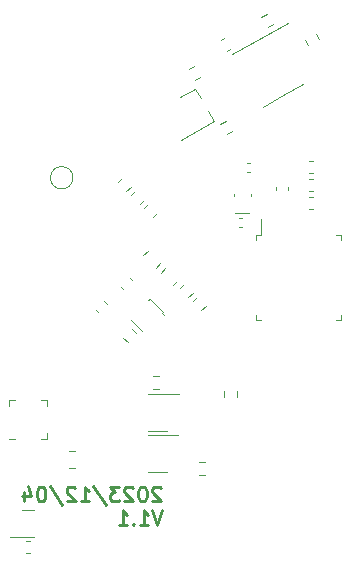
<source format=gbr>
%TF.GenerationSoftware,KiCad,Pcbnew,7.0.7*%
%TF.CreationDate,2023-12-04T17:40:57-05:00*%
%TF.ProjectId,PEEKbot_APS,5045454b-626f-4745-9f41-50532e6b6963,rev?*%
%TF.SameCoordinates,Original*%
%TF.FileFunction,Legend,Bot*%
%TF.FilePolarity,Positive*%
%FSLAX46Y46*%
G04 Gerber Fmt 4.6, Leading zero omitted, Abs format (unit mm)*
G04 Created by KiCad (PCBNEW 7.0.7) date 2023-12-04 17:40:57*
%MOMM*%
%LPD*%
G01*
G04 APERTURE LIST*
%ADD10C,0.250000*%
%ADD11C,0.120000*%
G04 APERTURE END LIST*
D10*
X34039831Y-181602571D02*
X33980307Y-181543047D01*
X33980307Y-181543047D02*
X33861260Y-181483523D01*
X33861260Y-181483523D02*
X33563641Y-181483523D01*
X33563641Y-181483523D02*
X33444593Y-181543047D01*
X33444593Y-181543047D02*
X33385069Y-181602571D01*
X33385069Y-181602571D02*
X33325546Y-181721619D01*
X33325546Y-181721619D02*
X33325546Y-181840666D01*
X33325546Y-181840666D02*
X33385069Y-182019238D01*
X33385069Y-182019238D02*
X34099355Y-182733523D01*
X34099355Y-182733523D02*
X33325546Y-182733523D01*
X32551736Y-181483523D02*
X32432689Y-181483523D01*
X32432689Y-181483523D02*
X32313641Y-181543047D01*
X32313641Y-181543047D02*
X32254117Y-181602571D01*
X32254117Y-181602571D02*
X32194593Y-181721619D01*
X32194593Y-181721619D02*
X32135070Y-181959714D01*
X32135070Y-181959714D02*
X32135070Y-182257333D01*
X32135070Y-182257333D02*
X32194593Y-182495428D01*
X32194593Y-182495428D02*
X32254117Y-182614476D01*
X32254117Y-182614476D02*
X32313641Y-182674000D01*
X32313641Y-182674000D02*
X32432689Y-182733523D01*
X32432689Y-182733523D02*
X32551736Y-182733523D01*
X32551736Y-182733523D02*
X32670784Y-182674000D01*
X32670784Y-182674000D02*
X32730308Y-182614476D01*
X32730308Y-182614476D02*
X32789831Y-182495428D01*
X32789831Y-182495428D02*
X32849355Y-182257333D01*
X32849355Y-182257333D02*
X32849355Y-181959714D01*
X32849355Y-181959714D02*
X32789831Y-181721619D01*
X32789831Y-181721619D02*
X32730308Y-181602571D01*
X32730308Y-181602571D02*
X32670784Y-181543047D01*
X32670784Y-181543047D02*
X32551736Y-181483523D01*
X31658879Y-181602571D02*
X31599355Y-181543047D01*
X31599355Y-181543047D02*
X31480308Y-181483523D01*
X31480308Y-181483523D02*
X31182689Y-181483523D01*
X31182689Y-181483523D02*
X31063641Y-181543047D01*
X31063641Y-181543047D02*
X31004117Y-181602571D01*
X31004117Y-181602571D02*
X30944594Y-181721619D01*
X30944594Y-181721619D02*
X30944594Y-181840666D01*
X30944594Y-181840666D02*
X31004117Y-182019238D01*
X31004117Y-182019238D02*
X31718403Y-182733523D01*
X31718403Y-182733523D02*
X30944594Y-182733523D01*
X30527927Y-181483523D02*
X29754118Y-181483523D01*
X29754118Y-181483523D02*
X30170784Y-181959714D01*
X30170784Y-181959714D02*
X29992213Y-181959714D01*
X29992213Y-181959714D02*
X29873165Y-182019238D01*
X29873165Y-182019238D02*
X29813641Y-182078761D01*
X29813641Y-182078761D02*
X29754118Y-182197809D01*
X29754118Y-182197809D02*
X29754118Y-182495428D01*
X29754118Y-182495428D02*
X29813641Y-182614476D01*
X29813641Y-182614476D02*
X29873165Y-182674000D01*
X29873165Y-182674000D02*
X29992213Y-182733523D01*
X29992213Y-182733523D02*
X30349356Y-182733523D01*
X30349356Y-182733523D02*
X30468403Y-182674000D01*
X30468403Y-182674000D02*
X30527927Y-182614476D01*
X28325546Y-181424000D02*
X29396975Y-183031142D01*
X27254118Y-182733523D02*
X27968403Y-182733523D01*
X27611260Y-182733523D02*
X27611260Y-181483523D01*
X27611260Y-181483523D02*
X27730308Y-181662095D01*
X27730308Y-181662095D02*
X27849356Y-181781142D01*
X27849356Y-181781142D02*
X27968403Y-181840666D01*
X26777927Y-181602571D02*
X26718403Y-181543047D01*
X26718403Y-181543047D02*
X26599356Y-181483523D01*
X26599356Y-181483523D02*
X26301737Y-181483523D01*
X26301737Y-181483523D02*
X26182689Y-181543047D01*
X26182689Y-181543047D02*
X26123165Y-181602571D01*
X26123165Y-181602571D02*
X26063642Y-181721619D01*
X26063642Y-181721619D02*
X26063642Y-181840666D01*
X26063642Y-181840666D02*
X26123165Y-182019238D01*
X26123165Y-182019238D02*
X26837451Y-182733523D01*
X26837451Y-182733523D02*
X26063642Y-182733523D01*
X24635070Y-181424000D02*
X25706499Y-183031142D01*
X23980308Y-181483523D02*
X23861261Y-181483523D01*
X23861261Y-181483523D02*
X23742213Y-181543047D01*
X23742213Y-181543047D02*
X23682689Y-181602571D01*
X23682689Y-181602571D02*
X23623165Y-181721619D01*
X23623165Y-181721619D02*
X23563642Y-181959714D01*
X23563642Y-181959714D02*
X23563642Y-182257333D01*
X23563642Y-182257333D02*
X23623165Y-182495428D01*
X23623165Y-182495428D02*
X23682689Y-182614476D01*
X23682689Y-182614476D02*
X23742213Y-182674000D01*
X23742213Y-182674000D02*
X23861261Y-182733523D01*
X23861261Y-182733523D02*
X23980308Y-182733523D01*
X23980308Y-182733523D02*
X24099356Y-182674000D01*
X24099356Y-182674000D02*
X24158880Y-182614476D01*
X24158880Y-182614476D02*
X24218403Y-182495428D01*
X24218403Y-182495428D02*
X24277927Y-182257333D01*
X24277927Y-182257333D02*
X24277927Y-181959714D01*
X24277927Y-181959714D02*
X24218403Y-181721619D01*
X24218403Y-181721619D02*
X24158880Y-181602571D01*
X24158880Y-181602571D02*
X24099356Y-181543047D01*
X24099356Y-181543047D02*
X23980308Y-181483523D01*
X22492213Y-181900190D02*
X22492213Y-182733523D01*
X22789832Y-181424000D02*
X23087451Y-182316857D01*
X23087451Y-182316857D02*
X22313642Y-182316857D01*
X34158879Y-183496023D02*
X33742212Y-184746023D01*
X33742212Y-184746023D02*
X33325546Y-183496023D01*
X32254117Y-184746023D02*
X32968402Y-184746023D01*
X32611259Y-184746023D02*
X32611259Y-183496023D01*
X32611259Y-183496023D02*
X32730307Y-183674595D01*
X32730307Y-183674595D02*
X32849355Y-183793642D01*
X32849355Y-183793642D02*
X32968402Y-183853166D01*
X31718402Y-184626976D02*
X31658879Y-184686500D01*
X31658879Y-184686500D02*
X31718402Y-184746023D01*
X31718402Y-184746023D02*
X31777926Y-184686500D01*
X31777926Y-184686500D02*
X31718402Y-184626976D01*
X31718402Y-184626976D02*
X31718402Y-184746023D01*
X30468403Y-184746023D02*
X31182688Y-184746023D01*
X30825545Y-184746023D02*
X30825545Y-183496023D01*
X30825545Y-183496023D02*
X30944593Y-183674595D01*
X30944593Y-183674595D02*
X31063641Y-183793642D01*
X31063641Y-183793642D02*
X31182688Y-183853166D01*
D11*
%TO.C,C17*%
X33979773Y-162583186D02*
X33610306Y-162952653D01*
X32940326Y-161543739D02*
X32570859Y-161913206D01*
%TO.C,C16*%
X30885244Y-164756282D02*
X30678391Y-164549429D01*
X31606493Y-164035033D02*
X31399640Y-163828180D01*
%TO.C,Q4*%
X33738914Y-180268700D02*
X34538914Y-180268700D01*
X33738914Y-180268700D02*
X32938914Y-180268700D01*
X33738914Y-177148700D02*
X35538914Y-177148700D01*
X33738914Y-177148700D02*
X32938914Y-177148700D01*
%TO.C,R14*%
X33872135Y-173201196D02*
X33362687Y-173201196D01*
X33872135Y-172156196D02*
X33362687Y-172156196D01*
%TO.C,U7*%
X34167364Y-166829159D02*
X34308786Y-166970580D01*
X34167364Y-166829159D02*
X34255753Y-166740770D01*
X34255753Y-166740770D02*
X33089026Y-165574044D01*
X31533391Y-167412522D02*
X32452630Y-168331761D01*
X33089026Y-165574044D02*
X33000638Y-165662432D01*
%TO.C,C9*%
X43798102Y-156384758D02*
X43798102Y-156092224D01*
X44818102Y-156384758D02*
X44818102Y-156092224D01*
%TO.C,R19*%
X31244207Y-169237441D02*
X30883973Y-168877207D01*
X31983133Y-168498515D02*
X31622899Y-168138281D01*
%TO.C,U8*%
X21287916Y-185716304D02*
X23287916Y-185716304D01*
X23287916Y-183476304D02*
X22287916Y-183476304D01*
%TO.C,Q3*%
X33749907Y-176793896D02*
X34549907Y-176793896D01*
X33749907Y-176793896D02*
X32949907Y-176793896D01*
X33749907Y-173673896D02*
X35549907Y-173673896D01*
X33749907Y-173673896D02*
X32949907Y-173673896D01*
%TO.C,C15*%
X35452550Y-164055937D02*
X35083083Y-164425404D01*
X34413103Y-163016490D02*
X34043636Y-163385957D01*
%TO.C,C14*%
X28757847Y-166730720D02*
X28550994Y-166523867D01*
X29479096Y-166009471D02*
X29272243Y-165802618D01*
%TO.C,R21*%
X36737768Y-165805769D02*
X37098002Y-165445535D01*
X37476694Y-166544695D02*
X37836928Y-166184461D01*
%TO.C,C1*%
X40899938Y-159468543D02*
X40668268Y-159468543D01*
X40899938Y-158748543D02*
X40668268Y-158748543D01*
%TO.C,C7*%
X46600235Y-153898603D02*
X46892769Y-153898603D01*
X46600235Y-154918603D02*
X46892769Y-154918603D01*
%TO.C,ESD1*%
X36945457Y-147784020D02*
X35681060Y-148514020D01*
X36945457Y-147784020D02*
X37410457Y-148589423D01*
X38525457Y-150520660D02*
X35788817Y-152100660D01*
X38525457Y-150520660D02*
X38060457Y-149715257D01*
%TO.C,U1*%
X44362102Y-148359615D02*
X46050852Y-147384615D01*
X44362102Y-148359615D02*
X42673352Y-149334615D01*
X41802102Y-143925565D02*
X44789890Y-142200565D01*
X41802102Y-143925565D02*
X40113352Y-144900565D01*
%TO.C,C12*%
X26290155Y-178476496D02*
X26812659Y-178476496D01*
X26290155Y-179946496D02*
X26812659Y-179946496D01*
%TO.C,R17*%
X37783726Y-180465600D02*
X37274278Y-180465600D01*
X37783726Y-179420600D02*
X37274278Y-179420600D01*
%TO.C,R2*%
X42564766Y-141695800D02*
X43005960Y-141441076D01*
X43087266Y-142600796D02*
X43528460Y-142346072D01*
%TO.C,R4*%
X36425212Y-146121310D02*
X36866406Y-145866586D01*
X36947712Y-147026306D02*
X37388906Y-146771582D01*
%TO.C,R22*%
X32615679Y-157934764D02*
X32975913Y-157574530D01*
X33354605Y-158673690D02*
X33714839Y-158313456D01*
%TO.C,R1*%
X46535468Y-144111405D02*
X46280744Y-143670211D01*
X47440464Y-143588905D02*
X47185740Y-143147711D01*
%TO.C,R10*%
X40472298Y-173385969D02*
X40472298Y-173895417D01*
X39427298Y-173385969D02*
X39427298Y-173895417D01*
%TO.C,TP1*%
X26602000Y-155335486D02*
G75*
G03*
X26602000Y-155335486I-950000J0D01*
G01*
%TO.C,C5*%
X46601338Y-155422609D02*
X46893872Y-155422609D01*
X46601338Y-156442609D02*
X46893872Y-156442609D01*
%TO.C,C3*%
X41379470Y-154125748D02*
X41611140Y-154125748D01*
X41379470Y-154845748D02*
X41611140Y-154845748D01*
%TO.C,C4*%
X39146110Y-143684016D02*
X39399452Y-143537749D01*
X39656110Y-144567361D02*
X39909452Y-144421094D01*
%TO.C,C6*%
X46601351Y-156946607D02*
X46893885Y-156946607D01*
X46601351Y-157966607D02*
X46893885Y-157966607D01*
%TO.C,R20*%
X35635288Y-164681081D02*
X35995522Y-164320847D01*
X36374214Y-165420007D02*
X36734448Y-165059773D01*
%TO.C,R23*%
X30388576Y-155707660D02*
X30748810Y-155347426D01*
X31127502Y-156446586D02*
X31487736Y-156086352D01*
%TO.C,U3*%
X49317705Y-160148910D02*
X48867705Y-160148910D01*
X42547705Y-160148910D02*
X42547705Y-158858910D01*
X42097705Y-160148910D02*
X42547705Y-160148910D01*
X49317705Y-160598910D02*
X49317705Y-160148910D01*
X42097705Y-160598910D02*
X42097705Y-160148910D01*
X49317705Y-166918910D02*
X49317705Y-167368910D01*
X42097705Y-166918910D02*
X42097705Y-167368910D01*
X49317705Y-167368910D02*
X48867705Y-167368910D01*
X42097705Y-167368910D02*
X42547705Y-167368910D01*
%TO.C,LSE1*%
X41539301Y-158353004D02*
X40339301Y-158353004D01*
X40239301Y-156903004D02*
X40239301Y-156703004D01*
X41639301Y-156903004D02*
X41639301Y-156703004D01*
%TO.C,C19*%
X22937366Y-187087508D02*
X22644832Y-187087508D01*
X22937366Y-186067508D02*
X22644832Y-186067508D01*
%TO.C,R3*%
X39094083Y-150745063D02*
X39535277Y-150490339D01*
X39616583Y-151650059D02*
X40057777Y-151395335D01*
%TO.C,U6*%
X21196501Y-174193900D02*
X21196501Y-174668900D01*
X21671501Y-174193900D02*
X21196501Y-174193900D01*
X21671501Y-177413900D02*
X21196501Y-177413900D01*
X23941501Y-174193900D02*
X24416501Y-174193900D01*
X23941501Y-177413900D02*
X24416501Y-177413900D01*
X24416501Y-174193900D02*
X24416501Y-174668900D01*
X24416501Y-177413900D02*
X24416501Y-176938900D01*
%TO.C,R24*%
X31502120Y-156821205D02*
X31862354Y-156460971D01*
X32241046Y-157560131D02*
X32601280Y-157199897D01*
%TD*%
M02*

</source>
